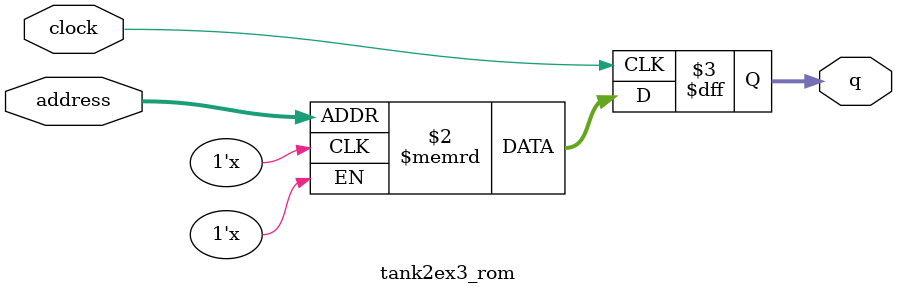
<source format=sv>
module tank2ex3_rom (
	input logic clock,
	input logic [9:0] address,
	output logic [3:0] q
);

logic [3:0] memory [0:1023] /* synthesis ram_init_file = "./tank2ex3/tank2ex3.mif" */;

always_ff @ (posedge clock) begin
	q <= memory[address];
end

endmodule

</source>
